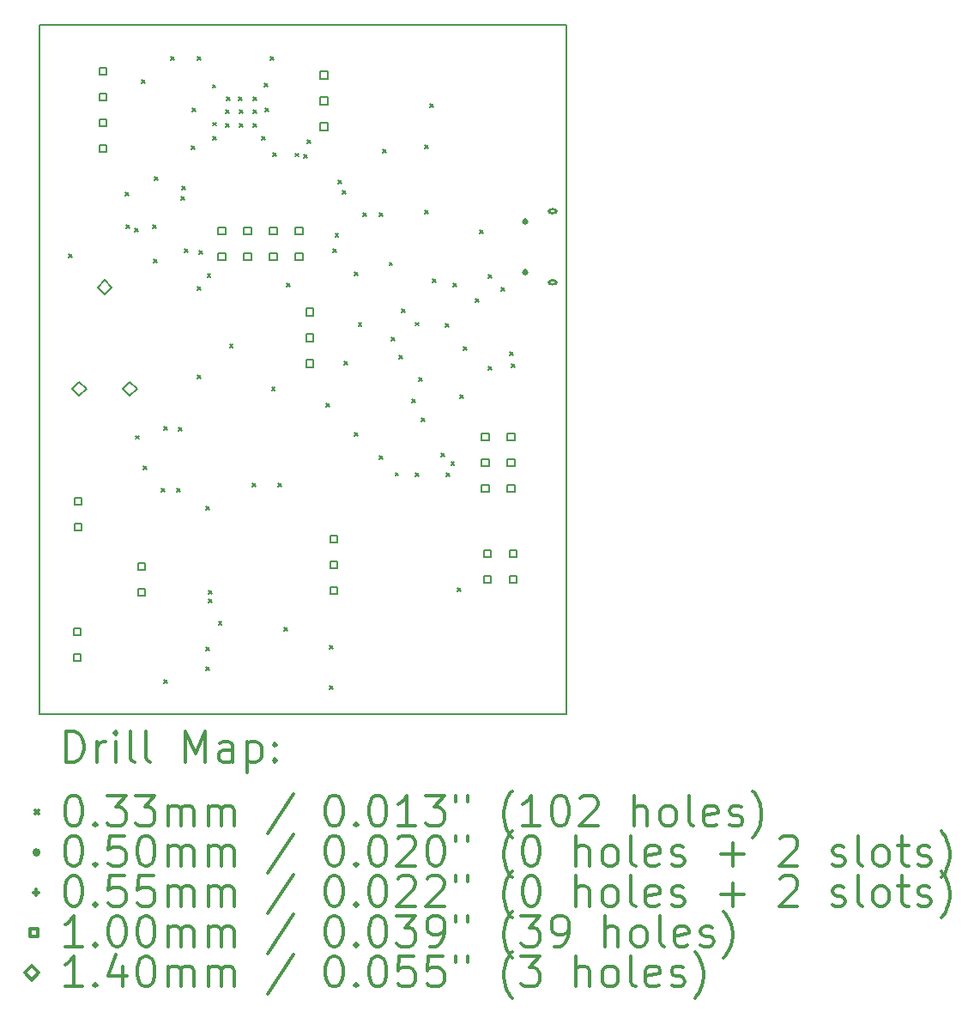
<source format=gbr>
%FSLAX45Y45*%
G04 Gerber Fmt 4.5, Leading zero omitted, Abs format (unit mm)*
G04 Created by KiCad (PCBNEW 4.0.7) date Sat Apr 21 08:58:00 2018*
%MOMM*%
%LPD*%
G01*
G04 APERTURE LIST*
%ADD10C,0.127000*%
%ADD11C,0.150000*%
%ADD12C,0.200000*%
%ADD13C,0.300000*%
G04 APERTURE END LIST*
D10*
D11*
X10000000Y-16800000D02*
X10000000Y-10000000D01*
X15200000Y-16800000D02*
X10000000Y-16800000D01*
X15200000Y-10000000D02*
X15200000Y-16800000D01*
X10000000Y-10000000D02*
X15200000Y-10000000D01*
D12*
X10283490Y-12263490D02*
X10316510Y-12296510D01*
X10316510Y-12263490D02*
X10283490Y-12296510D01*
X10848490Y-11653490D02*
X10881510Y-11686510D01*
X10881510Y-11653490D02*
X10848490Y-11686510D01*
X10853490Y-11973490D02*
X10886510Y-12006510D01*
X10886510Y-11973490D02*
X10853490Y-12006510D01*
X10937958Y-12009219D02*
X10970978Y-12042239D01*
X10970978Y-12009219D02*
X10937958Y-12042239D01*
X10943490Y-14053490D02*
X10976510Y-14086510D01*
X10976510Y-14053490D02*
X10943490Y-14086510D01*
X11003490Y-10543490D02*
X11036510Y-10576510D01*
X11036510Y-10543490D02*
X11003490Y-10576510D01*
X11022135Y-14351478D02*
X11055155Y-14384498D01*
X11055155Y-14351478D02*
X11022135Y-14384498D01*
X11113490Y-11973490D02*
X11146510Y-12006510D01*
X11146510Y-11973490D02*
X11113490Y-12006510D01*
X11123490Y-12313490D02*
X11156510Y-12346510D01*
X11156510Y-12313490D02*
X11123490Y-12346510D01*
X11129298Y-11499298D02*
X11162318Y-11532318D01*
X11162318Y-11499298D02*
X11129298Y-11532318D01*
X11203298Y-14576026D02*
X11236318Y-14609046D01*
X11236318Y-14576026D02*
X11203298Y-14609046D01*
X11223490Y-13963490D02*
X11256510Y-13996510D01*
X11256510Y-13963490D02*
X11223490Y-13996510D01*
X11223490Y-16463490D02*
X11256510Y-16496510D01*
X11256510Y-16463490D02*
X11223490Y-16496510D01*
X11293490Y-10313490D02*
X11326510Y-10346510D01*
X11326510Y-10313490D02*
X11293490Y-10346510D01*
X11353490Y-14573490D02*
X11386510Y-14606510D01*
X11386510Y-14573490D02*
X11353490Y-14606510D01*
X11373490Y-13973490D02*
X11406510Y-14006510D01*
X11406510Y-13973490D02*
X11373490Y-14006510D01*
X11393490Y-11693490D02*
X11426510Y-11726510D01*
X11426510Y-11693490D02*
X11393490Y-11726510D01*
X11403490Y-11593490D02*
X11436510Y-11626510D01*
X11436510Y-11593490D02*
X11403490Y-11626510D01*
X11428490Y-12213490D02*
X11461510Y-12246510D01*
X11461510Y-12213490D02*
X11428490Y-12246510D01*
X11500642Y-11199200D02*
X11533662Y-11232220D01*
X11533662Y-11199200D02*
X11500642Y-11232220D01*
X11503490Y-10823490D02*
X11536510Y-10856510D01*
X11536510Y-10823490D02*
X11503490Y-10856510D01*
X11553490Y-12587780D02*
X11586510Y-12620800D01*
X11586510Y-12587780D02*
X11553490Y-12620800D01*
X11553490Y-13453490D02*
X11586510Y-13486510D01*
X11586510Y-13453490D02*
X11553490Y-13486510D01*
X11558490Y-10313490D02*
X11591510Y-10346510D01*
X11591510Y-10313490D02*
X11558490Y-10346510D01*
X11573971Y-12228385D02*
X11606991Y-12261405D01*
X11606991Y-12228385D02*
X11573971Y-12261405D01*
X11638490Y-16143490D02*
X11671510Y-16176510D01*
X11671510Y-16143490D02*
X11638490Y-16176510D01*
X11638490Y-16333490D02*
X11671510Y-16366510D01*
X11671510Y-16333490D02*
X11638490Y-16366510D01*
X11643490Y-14753490D02*
X11676510Y-14786510D01*
X11676510Y-14753490D02*
X11643490Y-14786510D01*
X11653490Y-12458971D02*
X11686510Y-12491991D01*
X11686510Y-12458971D02*
X11653490Y-12491991D01*
X11663490Y-15583490D02*
X11696510Y-15616510D01*
X11696510Y-15583490D02*
X11663490Y-15616510D01*
X11663490Y-15663490D02*
X11696510Y-15696510D01*
X11696510Y-15663490D02*
X11663490Y-15696510D01*
X11704083Y-10590685D02*
X11737103Y-10623705D01*
X11737103Y-10590685D02*
X11704083Y-10623705D01*
X11705299Y-11099948D02*
X11738319Y-11132968D01*
X11738319Y-11099948D02*
X11705299Y-11132968D01*
X11707797Y-10963131D02*
X11740817Y-10996151D01*
X11740817Y-10963131D02*
X11707797Y-10996151D01*
X11763490Y-15883490D02*
X11796510Y-15916510D01*
X11796510Y-15883490D02*
X11763490Y-15916510D01*
X11833490Y-10843490D02*
X11866510Y-10876510D01*
X11866510Y-10843490D02*
X11833490Y-10876510D01*
X11833490Y-10973490D02*
X11866510Y-11006510D01*
X11866510Y-10973490D02*
X11833490Y-11006510D01*
X11843490Y-10713490D02*
X11876510Y-10746510D01*
X11876510Y-10713490D02*
X11843490Y-10746510D01*
X11873490Y-13153490D02*
X11906510Y-13186510D01*
X11906510Y-13153490D02*
X11873490Y-13186510D01*
X11963490Y-10713490D02*
X11996510Y-10746510D01*
X11996510Y-10713490D02*
X11963490Y-10746510D01*
X11968490Y-10843490D02*
X12001510Y-10876510D01*
X12001510Y-10843490D02*
X11968490Y-10876510D01*
X11973490Y-10973490D02*
X12006510Y-11006510D01*
X12006510Y-10973490D02*
X11973490Y-11006510D01*
X12100254Y-14526447D02*
X12133274Y-14559467D01*
X12133274Y-14526447D02*
X12100254Y-14559467D01*
X12103490Y-10713490D02*
X12136510Y-10746510D01*
X12136510Y-10713490D02*
X12103490Y-10746510D01*
X12103490Y-10843490D02*
X12136510Y-10876510D01*
X12136510Y-10843490D02*
X12103490Y-10876510D01*
X12103490Y-10973490D02*
X12136510Y-11006510D01*
X12136510Y-10973490D02*
X12103490Y-11006510D01*
X12192641Y-11103134D02*
X12225661Y-11136154D01*
X12225661Y-11103134D02*
X12192641Y-11136154D01*
X12215543Y-10579135D02*
X12248563Y-10612155D01*
X12248563Y-10579135D02*
X12215543Y-10612155D01*
X12228020Y-10823490D02*
X12261040Y-10856510D01*
X12261040Y-10823490D02*
X12228020Y-10856510D01*
X12273490Y-10313490D02*
X12306510Y-10346510D01*
X12306510Y-10313490D02*
X12273490Y-10346510D01*
X12288490Y-13578490D02*
X12321510Y-13611510D01*
X12321510Y-13578490D02*
X12288490Y-13611510D01*
X12303490Y-11263490D02*
X12336510Y-11296510D01*
X12336510Y-11263490D02*
X12303490Y-11296510D01*
X12350254Y-14526447D02*
X12383274Y-14559467D01*
X12383274Y-14526447D02*
X12350254Y-14559467D01*
X12413490Y-15943490D02*
X12446510Y-15976510D01*
X12446510Y-15943490D02*
X12413490Y-15976510D01*
X12433490Y-12553490D02*
X12466510Y-12586510D01*
X12466510Y-12553490D02*
X12433490Y-12586510D01*
X12523490Y-11268490D02*
X12556510Y-11301510D01*
X12556510Y-11268490D02*
X12523490Y-11301510D01*
X12608731Y-11278490D02*
X12641751Y-11311510D01*
X12641751Y-11278490D02*
X12608731Y-11311510D01*
X12638277Y-11133959D02*
X12671297Y-11166979D01*
X12671297Y-11133959D02*
X12638277Y-11166979D01*
X12828490Y-13738490D02*
X12861510Y-13771510D01*
X12861510Y-13738490D02*
X12828490Y-13771510D01*
X12863490Y-16123490D02*
X12896510Y-16156510D01*
X12896510Y-16123490D02*
X12863490Y-16156510D01*
X12863490Y-16523490D02*
X12896510Y-16556510D01*
X12896510Y-16523490D02*
X12863490Y-16556510D01*
X12893021Y-12212235D02*
X12926041Y-12245255D01*
X12926041Y-12212235D02*
X12893021Y-12245255D01*
X12915302Y-12063293D02*
X12948322Y-12096313D01*
X12948322Y-12063293D02*
X12915302Y-12096313D01*
X12948490Y-11533021D02*
X12981510Y-11566041D01*
X12981510Y-11533021D02*
X12948490Y-11566041D01*
X12983490Y-11633490D02*
X13016510Y-11666510D01*
X13016510Y-11633490D02*
X12983490Y-11666510D01*
X13000990Y-13323490D02*
X13034010Y-13356510D01*
X13034010Y-13323490D02*
X13000990Y-13356510D01*
X13103490Y-14023490D02*
X13136510Y-14056510D01*
X13136510Y-14023490D02*
X13103490Y-14056510D01*
X13108490Y-12443490D02*
X13141510Y-12476510D01*
X13141510Y-12443490D02*
X13108490Y-12476510D01*
X13143490Y-12943490D02*
X13176510Y-12976510D01*
X13176510Y-12943490D02*
X13143490Y-12976510D01*
X13193490Y-11853490D02*
X13226510Y-11886510D01*
X13226510Y-11853490D02*
X13193490Y-11886510D01*
X13348490Y-11853490D02*
X13381510Y-11886510D01*
X13381510Y-11853490D02*
X13348490Y-11886510D01*
X13348490Y-14253490D02*
X13381510Y-14286510D01*
X13381510Y-14253490D02*
X13348490Y-14286510D01*
X13388490Y-11228490D02*
X13421510Y-11261510D01*
X13421510Y-11228490D02*
X13388490Y-11261510D01*
X13448706Y-12343131D02*
X13481726Y-12376151D01*
X13481726Y-12343131D02*
X13448706Y-12376151D01*
X13468490Y-13083490D02*
X13501510Y-13116510D01*
X13501510Y-13083490D02*
X13468490Y-13116510D01*
X13507730Y-14417730D02*
X13540750Y-14450750D01*
X13540750Y-14417730D02*
X13507730Y-14450750D01*
X13543490Y-13258490D02*
X13576510Y-13291510D01*
X13576510Y-13258490D02*
X13543490Y-13291510D01*
X13571315Y-12801315D02*
X13604335Y-12834335D01*
X13604335Y-12801315D02*
X13571315Y-12834335D01*
X13676333Y-13691333D02*
X13709353Y-13724353D01*
X13709353Y-13691333D02*
X13676333Y-13724353D01*
X13703490Y-14418490D02*
X13736510Y-14451510D01*
X13736510Y-14418490D02*
X13703490Y-14451510D01*
X13705665Y-12935665D02*
X13738685Y-12968685D01*
X13738685Y-12935665D02*
X13705665Y-12968685D01*
X13737840Y-13482840D02*
X13770860Y-13515860D01*
X13770860Y-13482840D02*
X13737840Y-13515860D01*
X13768490Y-13883490D02*
X13801510Y-13916510D01*
X13801510Y-13883490D02*
X13768490Y-13916510D01*
X13798490Y-11188490D02*
X13831510Y-11221510D01*
X13831510Y-11188490D02*
X13798490Y-11221510D01*
X13803490Y-11833490D02*
X13836510Y-11866510D01*
X13836510Y-11833490D02*
X13803490Y-11866510D01*
X13853490Y-10778490D02*
X13886510Y-10811510D01*
X13886510Y-10778490D02*
X13853490Y-10811510D01*
X13877069Y-12507069D02*
X13910089Y-12540089D01*
X13910089Y-12507069D02*
X13877069Y-12540089D01*
X13963490Y-14228490D02*
X13996510Y-14261510D01*
X13996510Y-14228490D02*
X13963490Y-14261510D01*
X13999911Y-12949911D02*
X14032931Y-12982931D01*
X14032931Y-12949911D02*
X13999911Y-12982931D01*
X14008490Y-14418490D02*
X14041510Y-14451510D01*
X14041510Y-14418490D02*
X14008490Y-14451510D01*
X14058490Y-14308490D02*
X14091510Y-14341510D01*
X14091510Y-14308490D02*
X14058490Y-14341510D01*
X14078490Y-12553490D02*
X14111510Y-12586510D01*
X14111510Y-12553490D02*
X14078490Y-12586510D01*
X14123490Y-15553490D02*
X14156510Y-15586510D01*
X14156510Y-15553490D02*
X14123490Y-15586510D01*
X14147069Y-13654911D02*
X14180089Y-13687931D01*
X14180089Y-13654911D02*
X14147069Y-13687931D01*
X14178490Y-13178490D02*
X14211510Y-13211510D01*
X14211510Y-13178490D02*
X14178490Y-13211510D01*
X14301743Y-12700703D02*
X14334763Y-12733723D01*
X14334763Y-12700703D02*
X14301743Y-12733723D01*
X14338490Y-12023490D02*
X14371510Y-12056510D01*
X14371510Y-12023490D02*
X14338490Y-12056510D01*
X14423490Y-12468490D02*
X14456510Y-12501510D01*
X14456510Y-12468490D02*
X14423490Y-12501510D01*
X14429911Y-13372069D02*
X14462931Y-13405089D01*
X14462931Y-13372069D02*
X14429911Y-13405089D01*
X14553490Y-12593490D02*
X14586510Y-12626510D01*
X14586510Y-12593490D02*
X14553490Y-12626510D01*
X14638490Y-13228490D02*
X14671510Y-13261510D01*
X14671510Y-13228490D02*
X14638490Y-13261510D01*
X14653490Y-13343490D02*
X14686510Y-13376510D01*
X14686510Y-13343490D02*
X14653490Y-13376510D01*
X15085000Y-11840000D02*
G75*
G03X15085000Y-11840000I-25000J0D01*
G01*
X15027500Y-11855000D02*
X15092500Y-11855000D01*
X15027500Y-11825000D02*
X15092500Y-11825000D01*
X15092500Y-11855000D02*
G75*
G03X15092500Y-11825000I0J15000D01*
G01*
X15027500Y-11825000D02*
G75*
G03X15027500Y-11855000I0J-15000D01*
G01*
X15085000Y-12540000D02*
G75*
G03X15085000Y-12540000I-25000J0D01*
G01*
X15092500Y-12525000D02*
X15027500Y-12525000D01*
X15092500Y-12555000D02*
X15027500Y-12555000D01*
X15027500Y-12525000D02*
G75*
G03X15027500Y-12555000I0J-15000D01*
G01*
X15092500Y-12555000D02*
G75*
G03X15092500Y-12525000I0J15000D01*
G01*
X14790000Y-11912500D02*
X14790000Y-11967500D01*
X14762500Y-11940000D02*
X14817500Y-11940000D01*
X14772500Y-11925000D02*
X14772500Y-11955000D01*
X14807500Y-11925000D02*
X14807500Y-11955000D01*
X14772500Y-11955000D02*
G75*
G03X14807500Y-11955000I17500J0D01*
G01*
X14807500Y-11925000D02*
G75*
G03X14772500Y-11925000I-17500J0D01*
G01*
X14790000Y-12412500D02*
X14790000Y-12467500D01*
X14762500Y-12440000D02*
X14817500Y-12440000D01*
X14772500Y-12425000D02*
X14772500Y-12455000D01*
X14807500Y-12425000D02*
X14807500Y-12455000D01*
X14772500Y-12455000D02*
G75*
G03X14807500Y-12455000I17500J0D01*
G01*
X14807500Y-12425000D02*
G75*
G03X14772500Y-12425000I-17500J0D01*
G01*
X10405356Y-16021356D02*
X10405356Y-15950644D01*
X10334644Y-15950644D01*
X10334644Y-16021356D01*
X10405356Y-16021356D01*
X10405356Y-16275356D02*
X10405356Y-16204644D01*
X10334644Y-16204644D01*
X10334644Y-16275356D01*
X10405356Y-16275356D01*
X10415356Y-14735356D02*
X10415356Y-14664644D01*
X10344644Y-14664644D01*
X10344644Y-14735356D01*
X10415356Y-14735356D01*
X10415356Y-14989356D02*
X10415356Y-14918644D01*
X10344644Y-14918644D01*
X10344644Y-14989356D01*
X10415356Y-14989356D01*
X10660356Y-10493356D02*
X10660356Y-10422644D01*
X10589644Y-10422644D01*
X10589644Y-10493356D01*
X10660356Y-10493356D01*
X10660356Y-10747356D02*
X10660356Y-10676644D01*
X10589644Y-10676644D01*
X10589644Y-10747356D01*
X10660356Y-10747356D01*
X10660356Y-11001356D02*
X10660356Y-10930644D01*
X10589644Y-10930644D01*
X10589644Y-11001356D01*
X10660356Y-11001356D01*
X10660356Y-11255356D02*
X10660356Y-11184644D01*
X10589644Y-11184644D01*
X10589644Y-11255356D01*
X10660356Y-11255356D01*
X11040356Y-15381356D02*
X11040356Y-15310644D01*
X10969644Y-15310644D01*
X10969644Y-15381356D01*
X11040356Y-15381356D01*
X11040356Y-15381356D02*
X11040356Y-15310644D01*
X10969644Y-15310644D01*
X10969644Y-15381356D01*
X11040356Y-15381356D01*
X11040356Y-15635356D02*
X11040356Y-15564644D01*
X10969644Y-15564644D01*
X10969644Y-15635356D01*
X11040356Y-15635356D01*
X11040356Y-15635356D02*
X11040356Y-15564644D01*
X10969644Y-15564644D01*
X10969644Y-15635356D01*
X11040356Y-15635356D01*
X11833356Y-12071356D02*
X11833356Y-12000644D01*
X11762644Y-12000644D01*
X11762644Y-12071356D01*
X11833356Y-12071356D01*
X11833356Y-12325356D02*
X11833356Y-12254644D01*
X11762644Y-12254644D01*
X11762644Y-12325356D01*
X11833356Y-12325356D01*
X12087356Y-12071356D02*
X12087356Y-12000644D01*
X12016644Y-12000644D01*
X12016644Y-12071356D01*
X12087356Y-12071356D01*
X12087356Y-12325356D02*
X12087356Y-12254644D01*
X12016644Y-12254644D01*
X12016644Y-12325356D01*
X12087356Y-12325356D01*
X12341356Y-12071356D02*
X12341356Y-12000644D01*
X12270644Y-12000644D01*
X12270644Y-12071356D01*
X12341356Y-12071356D01*
X12341356Y-12325356D02*
X12341356Y-12254644D01*
X12270644Y-12254644D01*
X12270644Y-12325356D01*
X12341356Y-12325356D01*
X12595356Y-12071356D02*
X12595356Y-12000644D01*
X12524644Y-12000644D01*
X12524644Y-12071356D01*
X12595356Y-12071356D01*
X12595356Y-12325356D02*
X12595356Y-12254644D01*
X12524644Y-12254644D01*
X12524644Y-12325356D01*
X12595356Y-12325356D01*
X12699796Y-12868706D02*
X12699796Y-12797994D01*
X12629084Y-12797994D01*
X12629084Y-12868706D01*
X12699796Y-12868706D01*
X12699796Y-13122706D02*
X12699796Y-13051994D01*
X12629084Y-13051994D01*
X12629084Y-13122706D01*
X12699796Y-13122706D01*
X12699796Y-13376706D02*
X12699796Y-13305994D01*
X12629084Y-13305994D01*
X12629084Y-13376706D01*
X12699796Y-13376706D01*
X12840356Y-10531356D02*
X12840356Y-10460644D01*
X12769644Y-10460644D01*
X12769644Y-10531356D01*
X12840356Y-10531356D01*
X12840356Y-10785356D02*
X12840356Y-10714644D01*
X12769644Y-10714644D01*
X12769644Y-10785356D01*
X12840356Y-10785356D01*
X12840356Y-11039356D02*
X12840356Y-10968644D01*
X12769644Y-10968644D01*
X12769644Y-11039356D01*
X12840356Y-11039356D01*
X12934746Y-15106446D02*
X12934746Y-15035734D01*
X12864034Y-15035734D01*
X12864034Y-15106446D01*
X12934746Y-15106446D01*
X12934746Y-15360446D02*
X12934746Y-15289734D01*
X12864034Y-15289734D01*
X12864034Y-15360446D01*
X12934746Y-15360446D01*
X12934746Y-15614446D02*
X12934746Y-15543734D01*
X12864034Y-15543734D01*
X12864034Y-15614446D01*
X12934746Y-15614446D01*
X14431356Y-14100356D02*
X14431356Y-14029644D01*
X14360644Y-14029644D01*
X14360644Y-14100356D01*
X14431356Y-14100356D01*
X14431356Y-14354356D02*
X14431356Y-14283644D01*
X14360644Y-14283644D01*
X14360644Y-14354356D01*
X14431356Y-14354356D01*
X14431356Y-14608356D02*
X14431356Y-14537644D01*
X14360644Y-14537644D01*
X14360644Y-14608356D01*
X14431356Y-14608356D01*
X14450356Y-15251356D02*
X14450356Y-15180644D01*
X14379644Y-15180644D01*
X14379644Y-15251356D01*
X14450356Y-15251356D01*
X14450356Y-15505356D02*
X14450356Y-15434644D01*
X14379644Y-15434644D01*
X14379644Y-15505356D01*
X14450356Y-15505356D01*
X14685356Y-14100356D02*
X14685356Y-14029644D01*
X14614644Y-14029644D01*
X14614644Y-14100356D01*
X14685356Y-14100356D01*
X14685356Y-14354356D02*
X14685356Y-14283644D01*
X14614644Y-14283644D01*
X14614644Y-14354356D01*
X14685356Y-14354356D01*
X14685356Y-14608356D02*
X14685356Y-14537644D01*
X14614644Y-14537644D01*
X14614644Y-14608356D01*
X14685356Y-14608356D01*
X14704356Y-15251356D02*
X14704356Y-15180644D01*
X14633644Y-15180644D01*
X14633644Y-15251356D01*
X14704356Y-15251356D01*
X14704356Y-15505356D02*
X14704356Y-15434644D01*
X14633644Y-15434644D01*
X14633644Y-15505356D01*
X14704356Y-15505356D01*
X10390000Y-13660000D02*
X10460000Y-13590000D01*
X10390000Y-13520000D01*
X10320000Y-13590000D01*
X10390000Y-13660000D01*
X10640000Y-12660000D02*
X10710000Y-12590000D01*
X10640000Y-12520000D01*
X10570000Y-12590000D01*
X10640000Y-12660000D01*
X10890000Y-13660000D02*
X10960000Y-13590000D01*
X10890000Y-13520000D01*
X10820000Y-13590000D01*
X10890000Y-13660000D01*
D13*
X10263929Y-17273214D02*
X10263929Y-16973214D01*
X10335357Y-16973214D01*
X10378214Y-16987500D01*
X10406786Y-17016072D01*
X10421071Y-17044643D01*
X10435357Y-17101786D01*
X10435357Y-17144643D01*
X10421071Y-17201786D01*
X10406786Y-17230357D01*
X10378214Y-17258929D01*
X10335357Y-17273214D01*
X10263929Y-17273214D01*
X10563929Y-17273214D02*
X10563929Y-17073214D01*
X10563929Y-17130357D02*
X10578214Y-17101786D01*
X10592500Y-17087500D01*
X10621071Y-17073214D01*
X10649643Y-17073214D01*
X10749643Y-17273214D02*
X10749643Y-17073214D01*
X10749643Y-16973214D02*
X10735357Y-16987500D01*
X10749643Y-17001786D01*
X10763929Y-16987500D01*
X10749643Y-16973214D01*
X10749643Y-17001786D01*
X10935357Y-17273214D02*
X10906786Y-17258929D01*
X10892500Y-17230357D01*
X10892500Y-16973214D01*
X11092500Y-17273214D02*
X11063929Y-17258929D01*
X11049643Y-17230357D01*
X11049643Y-16973214D01*
X11435357Y-17273214D02*
X11435357Y-16973214D01*
X11535357Y-17187500D01*
X11635357Y-16973214D01*
X11635357Y-17273214D01*
X11906786Y-17273214D02*
X11906786Y-17116072D01*
X11892500Y-17087500D01*
X11863928Y-17073214D01*
X11806786Y-17073214D01*
X11778214Y-17087500D01*
X11906786Y-17258929D02*
X11878214Y-17273214D01*
X11806786Y-17273214D01*
X11778214Y-17258929D01*
X11763928Y-17230357D01*
X11763928Y-17201786D01*
X11778214Y-17173214D01*
X11806786Y-17158929D01*
X11878214Y-17158929D01*
X11906786Y-17144643D01*
X12049643Y-17073214D02*
X12049643Y-17373214D01*
X12049643Y-17087500D02*
X12078214Y-17073214D01*
X12135357Y-17073214D01*
X12163928Y-17087500D01*
X12178214Y-17101786D01*
X12192500Y-17130357D01*
X12192500Y-17216072D01*
X12178214Y-17244643D01*
X12163928Y-17258929D01*
X12135357Y-17273214D01*
X12078214Y-17273214D01*
X12049643Y-17258929D01*
X12321071Y-17244643D02*
X12335357Y-17258929D01*
X12321071Y-17273214D01*
X12306786Y-17258929D01*
X12321071Y-17244643D01*
X12321071Y-17273214D01*
X12321071Y-17087500D02*
X12335357Y-17101786D01*
X12321071Y-17116072D01*
X12306786Y-17101786D01*
X12321071Y-17087500D01*
X12321071Y-17116072D01*
X9959480Y-17750990D02*
X9992500Y-17784010D01*
X9992500Y-17750990D02*
X9959480Y-17784010D01*
X10321071Y-17603214D02*
X10349643Y-17603214D01*
X10378214Y-17617500D01*
X10392500Y-17631786D01*
X10406786Y-17660357D01*
X10421071Y-17717500D01*
X10421071Y-17788929D01*
X10406786Y-17846072D01*
X10392500Y-17874643D01*
X10378214Y-17888929D01*
X10349643Y-17903214D01*
X10321071Y-17903214D01*
X10292500Y-17888929D01*
X10278214Y-17874643D01*
X10263929Y-17846072D01*
X10249643Y-17788929D01*
X10249643Y-17717500D01*
X10263929Y-17660357D01*
X10278214Y-17631786D01*
X10292500Y-17617500D01*
X10321071Y-17603214D01*
X10549643Y-17874643D02*
X10563929Y-17888929D01*
X10549643Y-17903214D01*
X10535357Y-17888929D01*
X10549643Y-17874643D01*
X10549643Y-17903214D01*
X10663928Y-17603214D02*
X10849643Y-17603214D01*
X10749643Y-17717500D01*
X10792500Y-17717500D01*
X10821071Y-17731786D01*
X10835357Y-17746072D01*
X10849643Y-17774643D01*
X10849643Y-17846072D01*
X10835357Y-17874643D01*
X10821071Y-17888929D01*
X10792500Y-17903214D01*
X10706786Y-17903214D01*
X10678214Y-17888929D01*
X10663928Y-17874643D01*
X10949643Y-17603214D02*
X11135357Y-17603214D01*
X11035357Y-17717500D01*
X11078214Y-17717500D01*
X11106786Y-17731786D01*
X11121071Y-17746072D01*
X11135357Y-17774643D01*
X11135357Y-17846072D01*
X11121071Y-17874643D01*
X11106786Y-17888929D01*
X11078214Y-17903214D01*
X10992500Y-17903214D01*
X10963929Y-17888929D01*
X10949643Y-17874643D01*
X11263928Y-17903214D02*
X11263928Y-17703214D01*
X11263928Y-17731786D02*
X11278214Y-17717500D01*
X11306786Y-17703214D01*
X11349643Y-17703214D01*
X11378214Y-17717500D01*
X11392500Y-17746072D01*
X11392500Y-17903214D01*
X11392500Y-17746072D02*
X11406786Y-17717500D01*
X11435357Y-17703214D01*
X11478214Y-17703214D01*
X11506786Y-17717500D01*
X11521071Y-17746072D01*
X11521071Y-17903214D01*
X11663928Y-17903214D02*
X11663928Y-17703214D01*
X11663928Y-17731786D02*
X11678214Y-17717500D01*
X11706786Y-17703214D01*
X11749643Y-17703214D01*
X11778214Y-17717500D01*
X11792500Y-17746072D01*
X11792500Y-17903214D01*
X11792500Y-17746072D02*
X11806786Y-17717500D01*
X11835357Y-17703214D01*
X11878214Y-17703214D01*
X11906786Y-17717500D01*
X11921071Y-17746072D01*
X11921071Y-17903214D01*
X12506786Y-17588929D02*
X12249643Y-17974643D01*
X12892500Y-17603214D02*
X12921071Y-17603214D01*
X12949643Y-17617500D01*
X12963928Y-17631786D01*
X12978214Y-17660357D01*
X12992500Y-17717500D01*
X12992500Y-17788929D01*
X12978214Y-17846072D01*
X12963928Y-17874643D01*
X12949643Y-17888929D01*
X12921071Y-17903214D01*
X12892500Y-17903214D01*
X12863928Y-17888929D01*
X12849643Y-17874643D01*
X12835357Y-17846072D01*
X12821071Y-17788929D01*
X12821071Y-17717500D01*
X12835357Y-17660357D01*
X12849643Y-17631786D01*
X12863928Y-17617500D01*
X12892500Y-17603214D01*
X13121071Y-17874643D02*
X13135357Y-17888929D01*
X13121071Y-17903214D01*
X13106786Y-17888929D01*
X13121071Y-17874643D01*
X13121071Y-17903214D01*
X13321071Y-17603214D02*
X13349643Y-17603214D01*
X13378214Y-17617500D01*
X13392500Y-17631786D01*
X13406785Y-17660357D01*
X13421071Y-17717500D01*
X13421071Y-17788929D01*
X13406785Y-17846072D01*
X13392500Y-17874643D01*
X13378214Y-17888929D01*
X13349643Y-17903214D01*
X13321071Y-17903214D01*
X13292500Y-17888929D01*
X13278214Y-17874643D01*
X13263928Y-17846072D01*
X13249643Y-17788929D01*
X13249643Y-17717500D01*
X13263928Y-17660357D01*
X13278214Y-17631786D01*
X13292500Y-17617500D01*
X13321071Y-17603214D01*
X13706785Y-17903214D02*
X13535357Y-17903214D01*
X13621071Y-17903214D02*
X13621071Y-17603214D01*
X13592500Y-17646072D01*
X13563928Y-17674643D01*
X13535357Y-17688929D01*
X13806785Y-17603214D02*
X13992500Y-17603214D01*
X13892500Y-17717500D01*
X13935357Y-17717500D01*
X13963928Y-17731786D01*
X13978214Y-17746072D01*
X13992500Y-17774643D01*
X13992500Y-17846072D01*
X13978214Y-17874643D01*
X13963928Y-17888929D01*
X13935357Y-17903214D01*
X13849643Y-17903214D01*
X13821071Y-17888929D01*
X13806785Y-17874643D01*
X14106786Y-17603214D02*
X14106786Y-17660357D01*
X14221071Y-17603214D02*
X14221071Y-17660357D01*
X14663928Y-18017500D02*
X14649643Y-18003214D01*
X14621071Y-17960357D01*
X14606785Y-17931786D01*
X14592500Y-17888929D01*
X14578214Y-17817500D01*
X14578214Y-17760357D01*
X14592500Y-17688929D01*
X14606785Y-17646072D01*
X14621071Y-17617500D01*
X14649643Y-17574643D01*
X14663928Y-17560357D01*
X14935357Y-17903214D02*
X14763928Y-17903214D01*
X14849643Y-17903214D02*
X14849643Y-17603214D01*
X14821071Y-17646072D01*
X14792500Y-17674643D01*
X14763928Y-17688929D01*
X15121071Y-17603214D02*
X15149643Y-17603214D01*
X15178214Y-17617500D01*
X15192500Y-17631786D01*
X15206785Y-17660357D01*
X15221071Y-17717500D01*
X15221071Y-17788929D01*
X15206785Y-17846072D01*
X15192500Y-17874643D01*
X15178214Y-17888929D01*
X15149643Y-17903214D01*
X15121071Y-17903214D01*
X15092500Y-17888929D01*
X15078214Y-17874643D01*
X15063928Y-17846072D01*
X15049643Y-17788929D01*
X15049643Y-17717500D01*
X15063928Y-17660357D01*
X15078214Y-17631786D01*
X15092500Y-17617500D01*
X15121071Y-17603214D01*
X15335357Y-17631786D02*
X15349643Y-17617500D01*
X15378214Y-17603214D01*
X15449643Y-17603214D01*
X15478214Y-17617500D01*
X15492500Y-17631786D01*
X15506785Y-17660357D01*
X15506785Y-17688929D01*
X15492500Y-17731786D01*
X15321071Y-17903214D01*
X15506785Y-17903214D01*
X15863928Y-17903214D02*
X15863928Y-17603214D01*
X15992500Y-17903214D02*
X15992500Y-17746072D01*
X15978214Y-17717500D01*
X15949643Y-17703214D01*
X15906785Y-17703214D01*
X15878214Y-17717500D01*
X15863928Y-17731786D01*
X16178214Y-17903214D02*
X16149643Y-17888929D01*
X16135357Y-17874643D01*
X16121071Y-17846072D01*
X16121071Y-17760357D01*
X16135357Y-17731786D01*
X16149643Y-17717500D01*
X16178214Y-17703214D01*
X16221071Y-17703214D01*
X16249643Y-17717500D01*
X16263928Y-17731786D01*
X16278214Y-17760357D01*
X16278214Y-17846072D01*
X16263928Y-17874643D01*
X16249643Y-17888929D01*
X16221071Y-17903214D01*
X16178214Y-17903214D01*
X16449643Y-17903214D02*
X16421071Y-17888929D01*
X16406786Y-17860357D01*
X16406786Y-17603214D01*
X16678214Y-17888929D02*
X16649643Y-17903214D01*
X16592500Y-17903214D01*
X16563928Y-17888929D01*
X16549643Y-17860357D01*
X16549643Y-17746072D01*
X16563928Y-17717500D01*
X16592500Y-17703214D01*
X16649643Y-17703214D01*
X16678214Y-17717500D01*
X16692500Y-17746072D01*
X16692500Y-17774643D01*
X16549643Y-17803214D01*
X16806786Y-17888929D02*
X16835357Y-17903214D01*
X16892500Y-17903214D01*
X16921071Y-17888929D01*
X16935357Y-17860357D01*
X16935357Y-17846072D01*
X16921071Y-17817500D01*
X16892500Y-17803214D01*
X16849643Y-17803214D01*
X16821071Y-17788929D01*
X16806786Y-17760357D01*
X16806786Y-17746072D01*
X16821071Y-17717500D01*
X16849643Y-17703214D01*
X16892500Y-17703214D01*
X16921071Y-17717500D01*
X17035357Y-18017500D02*
X17049643Y-18003214D01*
X17078214Y-17960357D01*
X17092500Y-17931786D01*
X17106786Y-17888929D01*
X17121071Y-17817500D01*
X17121071Y-17760357D01*
X17106786Y-17688929D01*
X17092500Y-17646072D01*
X17078214Y-17617500D01*
X17049643Y-17574643D01*
X17035357Y-17560357D01*
X9992500Y-18163500D02*
G75*
G03X9992500Y-18163500I-25000J0D01*
G01*
X10321071Y-17999214D02*
X10349643Y-17999214D01*
X10378214Y-18013500D01*
X10392500Y-18027786D01*
X10406786Y-18056357D01*
X10421071Y-18113500D01*
X10421071Y-18184929D01*
X10406786Y-18242072D01*
X10392500Y-18270643D01*
X10378214Y-18284929D01*
X10349643Y-18299214D01*
X10321071Y-18299214D01*
X10292500Y-18284929D01*
X10278214Y-18270643D01*
X10263929Y-18242072D01*
X10249643Y-18184929D01*
X10249643Y-18113500D01*
X10263929Y-18056357D01*
X10278214Y-18027786D01*
X10292500Y-18013500D01*
X10321071Y-17999214D01*
X10549643Y-18270643D02*
X10563929Y-18284929D01*
X10549643Y-18299214D01*
X10535357Y-18284929D01*
X10549643Y-18270643D01*
X10549643Y-18299214D01*
X10835357Y-17999214D02*
X10692500Y-17999214D01*
X10678214Y-18142072D01*
X10692500Y-18127786D01*
X10721071Y-18113500D01*
X10792500Y-18113500D01*
X10821071Y-18127786D01*
X10835357Y-18142072D01*
X10849643Y-18170643D01*
X10849643Y-18242072D01*
X10835357Y-18270643D01*
X10821071Y-18284929D01*
X10792500Y-18299214D01*
X10721071Y-18299214D01*
X10692500Y-18284929D01*
X10678214Y-18270643D01*
X11035357Y-17999214D02*
X11063929Y-17999214D01*
X11092500Y-18013500D01*
X11106786Y-18027786D01*
X11121071Y-18056357D01*
X11135357Y-18113500D01*
X11135357Y-18184929D01*
X11121071Y-18242072D01*
X11106786Y-18270643D01*
X11092500Y-18284929D01*
X11063929Y-18299214D01*
X11035357Y-18299214D01*
X11006786Y-18284929D01*
X10992500Y-18270643D01*
X10978214Y-18242072D01*
X10963929Y-18184929D01*
X10963929Y-18113500D01*
X10978214Y-18056357D01*
X10992500Y-18027786D01*
X11006786Y-18013500D01*
X11035357Y-17999214D01*
X11263928Y-18299214D02*
X11263928Y-18099214D01*
X11263928Y-18127786D02*
X11278214Y-18113500D01*
X11306786Y-18099214D01*
X11349643Y-18099214D01*
X11378214Y-18113500D01*
X11392500Y-18142072D01*
X11392500Y-18299214D01*
X11392500Y-18142072D02*
X11406786Y-18113500D01*
X11435357Y-18099214D01*
X11478214Y-18099214D01*
X11506786Y-18113500D01*
X11521071Y-18142072D01*
X11521071Y-18299214D01*
X11663928Y-18299214D02*
X11663928Y-18099214D01*
X11663928Y-18127786D02*
X11678214Y-18113500D01*
X11706786Y-18099214D01*
X11749643Y-18099214D01*
X11778214Y-18113500D01*
X11792500Y-18142072D01*
X11792500Y-18299214D01*
X11792500Y-18142072D02*
X11806786Y-18113500D01*
X11835357Y-18099214D01*
X11878214Y-18099214D01*
X11906786Y-18113500D01*
X11921071Y-18142072D01*
X11921071Y-18299214D01*
X12506786Y-17984929D02*
X12249643Y-18370643D01*
X12892500Y-17999214D02*
X12921071Y-17999214D01*
X12949643Y-18013500D01*
X12963928Y-18027786D01*
X12978214Y-18056357D01*
X12992500Y-18113500D01*
X12992500Y-18184929D01*
X12978214Y-18242072D01*
X12963928Y-18270643D01*
X12949643Y-18284929D01*
X12921071Y-18299214D01*
X12892500Y-18299214D01*
X12863928Y-18284929D01*
X12849643Y-18270643D01*
X12835357Y-18242072D01*
X12821071Y-18184929D01*
X12821071Y-18113500D01*
X12835357Y-18056357D01*
X12849643Y-18027786D01*
X12863928Y-18013500D01*
X12892500Y-17999214D01*
X13121071Y-18270643D02*
X13135357Y-18284929D01*
X13121071Y-18299214D01*
X13106786Y-18284929D01*
X13121071Y-18270643D01*
X13121071Y-18299214D01*
X13321071Y-17999214D02*
X13349643Y-17999214D01*
X13378214Y-18013500D01*
X13392500Y-18027786D01*
X13406785Y-18056357D01*
X13421071Y-18113500D01*
X13421071Y-18184929D01*
X13406785Y-18242072D01*
X13392500Y-18270643D01*
X13378214Y-18284929D01*
X13349643Y-18299214D01*
X13321071Y-18299214D01*
X13292500Y-18284929D01*
X13278214Y-18270643D01*
X13263928Y-18242072D01*
X13249643Y-18184929D01*
X13249643Y-18113500D01*
X13263928Y-18056357D01*
X13278214Y-18027786D01*
X13292500Y-18013500D01*
X13321071Y-17999214D01*
X13535357Y-18027786D02*
X13549643Y-18013500D01*
X13578214Y-17999214D01*
X13649643Y-17999214D01*
X13678214Y-18013500D01*
X13692500Y-18027786D01*
X13706785Y-18056357D01*
X13706785Y-18084929D01*
X13692500Y-18127786D01*
X13521071Y-18299214D01*
X13706785Y-18299214D01*
X13892500Y-17999214D02*
X13921071Y-17999214D01*
X13949643Y-18013500D01*
X13963928Y-18027786D01*
X13978214Y-18056357D01*
X13992500Y-18113500D01*
X13992500Y-18184929D01*
X13978214Y-18242072D01*
X13963928Y-18270643D01*
X13949643Y-18284929D01*
X13921071Y-18299214D01*
X13892500Y-18299214D01*
X13863928Y-18284929D01*
X13849643Y-18270643D01*
X13835357Y-18242072D01*
X13821071Y-18184929D01*
X13821071Y-18113500D01*
X13835357Y-18056357D01*
X13849643Y-18027786D01*
X13863928Y-18013500D01*
X13892500Y-17999214D01*
X14106786Y-17999214D02*
X14106786Y-18056357D01*
X14221071Y-17999214D02*
X14221071Y-18056357D01*
X14663928Y-18413500D02*
X14649643Y-18399214D01*
X14621071Y-18356357D01*
X14606785Y-18327786D01*
X14592500Y-18284929D01*
X14578214Y-18213500D01*
X14578214Y-18156357D01*
X14592500Y-18084929D01*
X14606785Y-18042072D01*
X14621071Y-18013500D01*
X14649643Y-17970643D01*
X14663928Y-17956357D01*
X14835357Y-17999214D02*
X14863928Y-17999214D01*
X14892500Y-18013500D01*
X14906785Y-18027786D01*
X14921071Y-18056357D01*
X14935357Y-18113500D01*
X14935357Y-18184929D01*
X14921071Y-18242072D01*
X14906785Y-18270643D01*
X14892500Y-18284929D01*
X14863928Y-18299214D01*
X14835357Y-18299214D01*
X14806785Y-18284929D01*
X14792500Y-18270643D01*
X14778214Y-18242072D01*
X14763928Y-18184929D01*
X14763928Y-18113500D01*
X14778214Y-18056357D01*
X14792500Y-18027786D01*
X14806785Y-18013500D01*
X14835357Y-17999214D01*
X15292500Y-18299214D02*
X15292500Y-17999214D01*
X15421071Y-18299214D02*
X15421071Y-18142072D01*
X15406785Y-18113500D01*
X15378214Y-18099214D01*
X15335357Y-18099214D01*
X15306785Y-18113500D01*
X15292500Y-18127786D01*
X15606785Y-18299214D02*
X15578214Y-18284929D01*
X15563928Y-18270643D01*
X15549643Y-18242072D01*
X15549643Y-18156357D01*
X15563928Y-18127786D01*
X15578214Y-18113500D01*
X15606785Y-18099214D01*
X15649643Y-18099214D01*
X15678214Y-18113500D01*
X15692500Y-18127786D01*
X15706785Y-18156357D01*
X15706785Y-18242072D01*
X15692500Y-18270643D01*
X15678214Y-18284929D01*
X15649643Y-18299214D01*
X15606785Y-18299214D01*
X15878214Y-18299214D02*
X15849643Y-18284929D01*
X15835357Y-18256357D01*
X15835357Y-17999214D01*
X16106786Y-18284929D02*
X16078214Y-18299214D01*
X16021071Y-18299214D01*
X15992500Y-18284929D01*
X15978214Y-18256357D01*
X15978214Y-18142072D01*
X15992500Y-18113500D01*
X16021071Y-18099214D01*
X16078214Y-18099214D01*
X16106786Y-18113500D01*
X16121071Y-18142072D01*
X16121071Y-18170643D01*
X15978214Y-18199214D01*
X16235357Y-18284929D02*
X16263928Y-18299214D01*
X16321071Y-18299214D01*
X16349643Y-18284929D01*
X16363928Y-18256357D01*
X16363928Y-18242072D01*
X16349643Y-18213500D01*
X16321071Y-18199214D01*
X16278214Y-18199214D01*
X16249643Y-18184929D01*
X16235357Y-18156357D01*
X16235357Y-18142072D01*
X16249643Y-18113500D01*
X16278214Y-18099214D01*
X16321071Y-18099214D01*
X16349643Y-18113500D01*
X16721071Y-18184929D02*
X16949643Y-18184929D01*
X16835357Y-18299214D02*
X16835357Y-18070643D01*
X17306786Y-18027786D02*
X17321071Y-18013500D01*
X17349643Y-17999214D01*
X17421071Y-17999214D01*
X17449643Y-18013500D01*
X17463928Y-18027786D01*
X17478214Y-18056357D01*
X17478214Y-18084929D01*
X17463928Y-18127786D01*
X17292500Y-18299214D01*
X17478214Y-18299214D01*
X17821071Y-18284929D02*
X17849643Y-18299214D01*
X17906786Y-18299214D01*
X17935357Y-18284929D01*
X17949643Y-18256357D01*
X17949643Y-18242072D01*
X17935357Y-18213500D01*
X17906786Y-18199214D01*
X17863928Y-18199214D01*
X17835357Y-18184929D01*
X17821071Y-18156357D01*
X17821071Y-18142072D01*
X17835357Y-18113500D01*
X17863928Y-18099214D01*
X17906786Y-18099214D01*
X17935357Y-18113500D01*
X18121071Y-18299214D02*
X18092500Y-18284929D01*
X18078214Y-18256357D01*
X18078214Y-17999214D01*
X18278214Y-18299214D02*
X18249643Y-18284929D01*
X18235357Y-18270643D01*
X18221071Y-18242072D01*
X18221071Y-18156357D01*
X18235357Y-18127786D01*
X18249643Y-18113500D01*
X18278214Y-18099214D01*
X18321071Y-18099214D01*
X18349643Y-18113500D01*
X18363928Y-18127786D01*
X18378214Y-18156357D01*
X18378214Y-18242072D01*
X18363928Y-18270643D01*
X18349643Y-18284929D01*
X18321071Y-18299214D01*
X18278214Y-18299214D01*
X18463928Y-18099214D02*
X18578214Y-18099214D01*
X18506786Y-17999214D02*
X18506786Y-18256357D01*
X18521071Y-18284929D01*
X18549643Y-18299214D01*
X18578214Y-18299214D01*
X18663929Y-18284929D02*
X18692500Y-18299214D01*
X18749643Y-18299214D01*
X18778214Y-18284929D01*
X18792500Y-18256357D01*
X18792500Y-18242072D01*
X18778214Y-18213500D01*
X18749643Y-18199214D01*
X18706786Y-18199214D01*
X18678214Y-18184929D01*
X18663929Y-18156357D01*
X18663929Y-18142072D01*
X18678214Y-18113500D01*
X18706786Y-18099214D01*
X18749643Y-18099214D01*
X18778214Y-18113500D01*
X18892500Y-18413500D02*
X18906786Y-18399214D01*
X18935357Y-18356357D01*
X18949643Y-18327786D01*
X18963928Y-18284929D01*
X18978214Y-18213500D01*
X18978214Y-18156357D01*
X18963928Y-18084929D01*
X18949643Y-18042072D01*
X18935357Y-18013500D01*
X18906786Y-17970643D01*
X18892500Y-17956357D01*
X9965000Y-18532000D02*
X9965000Y-18587000D01*
X9937500Y-18559500D02*
X9992500Y-18559500D01*
X10321071Y-18395214D02*
X10349643Y-18395214D01*
X10378214Y-18409500D01*
X10392500Y-18423786D01*
X10406786Y-18452357D01*
X10421071Y-18509500D01*
X10421071Y-18580929D01*
X10406786Y-18638072D01*
X10392500Y-18666643D01*
X10378214Y-18680929D01*
X10349643Y-18695214D01*
X10321071Y-18695214D01*
X10292500Y-18680929D01*
X10278214Y-18666643D01*
X10263929Y-18638072D01*
X10249643Y-18580929D01*
X10249643Y-18509500D01*
X10263929Y-18452357D01*
X10278214Y-18423786D01*
X10292500Y-18409500D01*
X10321071Y-18395214D01*
X10549643Y-18666643D02*
X10563929Y-18680929D01*
X10549643Y-18695214D01*
X10535357Y-18680929D01*
X10549643Y-18666643D01*
X10549643Y-18695214D01*
X10835357Y-18395214D02*
X10692500Y-18395214D01*
X10678214Y-18538072D01*
X10692500Y-18523786D01*
X10721071Y-18509500D01*
X10792500Y-18509500D01*
X10821071Y-18523786D01*
X10835357Y-18538072D01*
X10849643Y-18566643D01*
X10849643Y-18638072D01*
X10835357Y-18666643D01*
X10821071Y-18680929D01*
X10792500Y-18695214D01*
X10721071Y-18695214D01*
X10692500Y-18680929D01*
X10678214Y-18666643D01*
X11121071Y-18395214D02*
X10978214Y-18395214D01*
X10963929Y-18538072D01*
X10978214Y-18523786D01*
X11006786Y-18509500D01*
X11078214Y-18509500D01*
X11106786Y-18523786D01*
X11121071Y-18538072D01*
X11135357Y-18566643D01*
X11135357Y-18638072D01*
X11121071Y-18666643D01*
X11106786Y-18680929D01*
X11078214Y-18695214D01*
X11006786Y-18695214D01*
X10978214Y-18680929D01*
X10963929Y-18666643D01*
X11263928Y-18695214D02*
X11263928Y-18495214D01*
X11263928Y-18523786D02*
X11278214Y-18509500D01*
X11306786Y-18495214D01*
X11349643Y-18495214D01*
X11378214Y-18509500D01*
X11392500Y-18538072D01*
X11392500Y-18695214D01*
X11392500Y-18538072D02*
X11406786Y-18509500D01*
X11435357Y-18495214D01*
X11478214Y-18495214D01*
X11506786Y-18509500D01*
X11521071Y-18538072D01*
X11521071Y-18695214D01*
X11663928Y-18695214D02*
X11663928Y-18495214D01*
X11663928Y-18523786D02*
X11678214Y-18509500D01*
X11706786Y-18495214D01*
X11749643Y-18495214D01*
X11778214Y-18509500D01*
X11792500Y-18538072D01*
X11792500Y-18695214D01*
X11792500Y-18538072D02*
X11806786Y-18509500D01*
X11835357Y-18495214D01*
X11878214Y-18495214D01*
X11906786Y-18509500D01*
X11921071Y-18538072D01*
X11921071Y-18695214D01*
X12506786Y-18380929D02*
X12249643Y-18766643D01*
X12892500Y-18395214D02*
X12921071Y-18395214D01*
X12949643Y-18409500D01*
X12963928Y-18423786D01*
X12978214Y-18452357D01*
X12992500Y-18509500D01*
X12992500Y-18580929D01*
X12978214Y-18638072D01*
X12963928Y-18666643D01*
X12949643Y-18680929D01*
X12921071Y-18695214D01*
X12892500Y-18695214D01*
X12863928Y-18680929D01*
X12849643Y-18666643D01*
X12835357Y-18638072D01*
X12821071Y-18580929D01*
X12821071Y-18509500D01*
X12835357Y-18452357D01*
X12849643Y-18423786D01*
X12863928Y-18409500D01*
X12892500Y-18395214D01*
X13121071Y-18666643D02*
X13135357Y-18680929D01*
X13121071Y-18695214D01*
X13106786Y-18680929D01*
X13121071Y-18666643D01*
X13121071Y-18695214D01*
X13321071Y-18395214D02*
X13349643Y-18395214D01*
X13378214Y-18409500D01*
X13392500Y-18423786D01*
X13406785Y-18452357D01*
X13421071Y-18509500D01*
X13421071Y-18580929D01*
X13406785Y-18638072D01*
X13392500Y-18666643D01*
X13378214Y-18680929D01*
X13349643Y-18695214D01*
X13321071Y-18695214D01*
X13292500Y-18680929D01*
X13278214Y-18666643D01*
X13263928Y-18638072D01*
X13249643Y-18580929D01*
X13249643Y-18509500D01*
X13263928Y-18452357D01*
X13278214Y-18423786D01*
X13292500Y-18409500D01*
X13321071Y-18395214D01*
X13535357Y-18423786D02*
X13549643Y-18409500D01*
X13578214Y-18395214D01*
X13649643Y-18395214D01*
X13678214Y-18409500D01*
X13692500Y-18423786D01*
X13706785Y-18452357D01*
X13706785Y-18480929D01*
X13692500Y-18523786D01*
X13521071Y-18695214D01*
X13706785Y-18695214D01*
X13821071Y-18423786D02*
X13835357Y-18409500D01*
X13863928Y-18395214D01*
X13935357Y-18395214D01*
X13963928Y-18409500D01*
X13978214Y-18423786D01*
X13992500Y-18452357D01*
X13992500Y-18480929D01*
X13978214Y-18523786D01*
X13806785Y-18695214D01*
X13992500Y-18695214D01*
X14106786Y-18395214D02*
X14106786Y-18452357D01*
X14221071Y-18395214D02*
X14221071Y-18452357D01*
X14663928Y-18809500D02*
X14649643Y-18795214D01*
X14621071Y-18752357D01*
X14606785Y-18723786D01*
X14592500Y-18680929D01*
X14578214Y-18609500D01*
X14578214Y-18552357D01*
X14592500Y-18480929D01*
X14606785Y-18438072D01*
X14621071Y-18409500D01*
X14649643Y-18366643D01*
X14663928Y-18352357D01*
X14835357Y-18395214D02*
X14863928Y-18395214D01*
X14892500Y-18409500D01*
X14906785Y-18423786D01*
X14921071Y-18452357D01*
X14935357Y-18509500D01*
X14935357Y-18580929D01*
X14921071Y-18638072D01*
X14906785Y-18666643D01*
X14892500Y-18680929D01*
X14863928Y-18695214D01*
X14835357Y-18695214D01*
X14806785Y-18680929D01*
X14792500Y-18666643D01*
X14778214Y-18638072D01*
X14763928Y-18580929D01*
X14763928Y-18509500D01*
X14778214Y-18452357D01*
X14792500Y-18423786D01*
X14806785Y-18409500D01*
X14835357Y-18395214D01*
X15292500Y-18695214D02*
X15292500Y-18395214D01*
X15421071Y-18695214D02*
X15421071Y-18538072D01*
X15406785Y-18509500D01*
X15378214Y-18495214D01*
X15335357Y-18495214D01*
X15306785Y-18509500D01*
X15292500Y-18523786D01*
X15606785Y-18695214D02*
X15578214Y-18680929D01*
X15563928Y-18666643D01*
X15549643Y-18638072D01*
X15549643Y-18552357D01*
X15563928Y-18523786D01*
X15578214Y-18509500D01*
X15606785Y-18495214D01*
X15649643Y-18495214D01*
X15678214Y-18509500D01*
X15692500Y-18523786D01*
X15706785Y-18552357D01*
X15706785Y-18638072D01*
X15692500Y-18666643D01*
X15678214Y-18680929D01*
X15649643Y-18695214D01*
X15606785Y-18695214D01*
X15878214Y-18695214D02*
X15849643Y-18680929D01*
X15835357Y-18652357D01*
X15835357Y-18395214D01*
X16106786Y-18680929D02*
X16078214Y-18695214D01*
X16021071Y-18695214D01*
X15992500Y-18680929D01*
X15978214Y-18652357D01*
X15978214Y-18538072D01*
X15992500Y-18509500D01*
X16021071Y-18495214D01*
X16078214Y-18495214D01*
X16106786Y-18509500D01*
X16121071Y-18538072D01*
X16121071Y-18566643D01*
X15978214Y-18595214D01*
X16235357Y-18680929D02*
X16263928Y-18695214D01*
X16321071Y-18695214D01*
X16349643Y-18680929D01*
X16363928Y-18652357D01*
X16363928Y-18638072D01*
X16349643Y-18609500D01*
X16321071Y-18595214D01*
X16278214Y-18595214D01*
X16249643Y-18580929D01*
X16235357Y-18552357D01*
X16235357Y-18538072D01*
X16249643Y-18509500D01*
X16278214Y-18495214D01*
X16321071Y-18495214D01*
X16349643Y-18509500D01*
X16721071Y-18580929D02*
X16949643Y-18580929D01*
X16835357Y-18695214D02*
X16835357Y-18466643D01*
X17306786Y-18423786D02*
X17321071Y-18409500D01*
X17349643Y-18395214D01*
X17421071Y-18395214D01*
X17449643Y-18409500D01*
X17463928Y-18423786D01*
X17478214Y-18452357D01*
X17478214Y-18480929D01*
X17463928Y-18523786D01*
X17292500Y-18695214D01*
X17478214Y-18695214D01*
X17821071Y-18680929D02*
X17849643Y-18695214D01*
X17906786Y-18695214D01*
X17935357Y-18680929D01*
X17949643Y-18652357D01*
X17949643Y-18638072D01*
X17935357Y-18609500D01*
X17906786Y-18595214D01*
X17863928Y-18595214D01*
X17835357Y-18580929D01*
X17821071Y-18552357D01*
X17821071Y-18538072D01*
X17835357Y-18509500D01*
X17863928Y-18495214D01*
X17906786Y-18495214D01*
X17935357Y-18509500D01*
X18121071Y-18695214D02*
X18092500Y-18680929D01*
X18078214Y-18652357D01*
X18078214Y-18395214D01*
X18278214Y-18695214D02*
X18249643Y-18680929D01*
X18235357Y-18666643D01*
X18221071Y-18638072D01*
X18221071Y-18552357D01*
X18235357Y-18523786D01*
X18249643Y-18509500D01*
X18278214Y-18495214D01*
X18321071Y-18495214D01*
X18349643Y-18509500D01*
X18363928Y-18523786D01*
X18378214Y-18552357D01*
X18378214Y-18638072D01*
X18363928Y-18666643D01*
X18349643Y-18680929D01*
X18321071Y-18695214D01*
X18278214Y-18695214D01*
X18463928Y-18495214D02*
X18578214Y-18495214D01*
X18506786Y-18395214D02*
X18506786Y-18652357D01*
X18521071Y-18680929D01*
X18549643Y-18695214D01*
X18578214Y-18695214D01*
X18663929Y-18680929D02*
X18692500Y-18695214D01*
X18749643Y-18695214D01*
X18778214Y-18680929D01*
X18792500Y-18652357D01*
X18792500Y-18638072D01*
X18778214Y-18609500D01*
X18749643Y-18595214D01*
X18706786Y-18595214D01*
X18678214Y-18580929D01*
X18663929Y-18552357D01*
X18663929Y-18538072D01*
X18678214Y-18509500D01*
X18706786Y-18495214D01*
X18749643Y-18495214D01*
X18778214Y-18509500D01*
X18892500Y-18809500D02*
X18906786Y-18795214D01*
X18935357Y-18752357D01*
X18949643Y-18723786D01*
X18963928Y-18680929D01*
X18978214Y-18609500D01*
X18978214Y-18552357D01*
X18963928Y-18480929D01*
X18949643Y-18438072D01*
X18935357Y-18409500D01*
X18906786Y-18366643D01*
X18892500Y-18352357D01*
X9977856Y-18990856D02*
X9977856Y-18920144D01*
X9907144Y-18920144D01*
X9907144Y-18990856D01*
X9977856Y-18990856D01*
X10421071Y-19091214D02*
X10249643Y-19091214D01*
X10335357Y-19091214D02*
X10335357Y-18791214D01*
X10306786Y-18834072D01*
X10278214Y-18862643D01*
X10249643Y-18876929D01*
X10549643Y-19062643D02*
X10563929Y-19076929D01*
X10549643Y-19091214D01*
X10535357Y-19076929D01*
X10549643Y-19062643D01*
X10549643Y-19091214D01*
X10749643Y-18791214D02*
X10778214Y-18791214D01*
X10806786Y-18805500D01*
X10821071Y-18819786D01*
X10835357Y-18848357D01*
X10849643Y-18905500D01*
X10849643Y-18976929D01*
X10835357Y-19034072D01*
X10821071Y-19062643D01*
X10806786Y-19076929D01*
X10778214Y-19091214D01*
X10749643Y-19091214D01*
X10721071Y-19076929D01*
X10706786Y-19062643D01*
X10692500Y-19034072D01*
X10678214Y-18976929D01*
X10678214Y-18905500D01*
X10692500Y-18848357D01*
X10706786Y-18819786D01*
X10721071Y-18805500D01*
X10749643Y-18791214D01*
X11035357Y-18791214D02*
X11063929Y-18791214D01*
X11092500Y-18805500D01*
X11106786Y-18819786D01*
X11121071Y-18848357D01*
X11135357Y-18905500D01*
X11135357Y-18976929D01*
X11121071Y-19034072D01*
X11106786Y-19062643D01*
X11092500Y-19076929D01*
X11063929Y-19091214D01*
X11035357Y-19091214D01*
X11006786Y-19076929D01*
X10992500Y-19062643D01*
X10978214Y-19034072D01*
X10963929Y-18976929D01*
X10963929Y-18905500D01*
X10978214Y-18848357D01*
X10992500Y-18819786D01*
X11006786Y-18805500D01*
X11035357Y-18791214D01*
X11263928Y-19091214D02*
X11263928Y-18891214D01*
X11263928Y-18919786D02*
X11278214Y-18905500D01*
X11306786Y-18891214D01*
X11349643Y-18891214D01*
X11378214Y-18905500D01*
X11392500Y-18934072D01*
X11392500Y-19091214D01*
X11392500Y-18934072D02*
X11406786Y-18905500D01*
X11435357Y-18891214D01*
X11478214Y-18891214D01*
X11506786Y-18905500D01*
X11521071Y-18934072D01*
X11521071Y-19091214D01*
X11663928Y-19091214D02*
X11663928Y-18891214D01*
X11663928Y-18919786D02*
X11678214Y-18905500D01*
X11706786Y-18891214D01*
X11749643Y-18891214D01*
X11778214Y-18905500D01*
X11792500Y-18934072D01*
X11792500Y-19091214D01*
X11792500Y-18934072D02*
X11806786Y-18905500D01*
X11835357Y-18891214D01*
X11878214Y-18891214D01*
X11906786Y-18905500D01*
X11921071Y-18934072D01*
X11921071Y-19091214D01*
X12506786Y-18776929D02*
X12249643Y-19162643D01*
X12892500Y-18791214D02*
X12921071Y-18791214D01*
X12949643Y-18805500D01*
X12963928Y-18819786D01*
X12978214Y-18848357D01*
X12992500Y-18905500D01*
X12992500Y-18976929D01*
X12978214Y-19034072D01*
X12963928Y-19062643D01*
X12949643Y-19076929D01*
X12921071Y-19091214D01*
X12892500Y-19091214D01*
X12863928Y-19076929D01*
X12849643Y-19062643D01*
X12835357Y-19034072D01*
X12821071Y-18976929D01*
X12821071Y-18905500D01*
X12835357Y-18848357D01*
X12849643Y-18819786D01*
X12863928Y-18805500D01*
X12892500Y-18791214D01*
X13121071Y-19062643D02*
X13135357Y-19076929D01*
X13121071Y-19091214D01*
X13106786Y-19076929D01*
X13121071Y-19062643D01*
X13121071Y-19091214D01*
X13321071Y-18791214D02*
X13349643Y-18791214D01*
X13378214Y-18805500D01*
X13392500Y-18819786D01*
X13406785Y-18848357D01*
X13421071Y-18905500D01*
X13421071Y-18976929D01*
X13406785Y-19034072D01*
X13392500Y-19062643D01*
X13378214Y-19076929D01*
X13349643Y-19091214D01*
X13321071Y-19091214D01*
X13292500Y-19076929D01*
X13278214Y-19062643D01*
X13263928Y-19034072D01*
X13249643Y-18976929D01*
X13249643Y-18905500D01*
X13263928Y-18848357D01*
X13278214Y-18819786D01*
X13292500Y-18805500D01*
X13321071Y-18791214D01*
X13521071Y-18791214D02*
X13706785Y-18791214D01*
X13606785Y-18905500D01*
X13649643Y-18905500D01*
X13678214Y-18919786D01*
X13692500Y-18934072D01*
X13706785Y-18962643D01*
X13706785Y-19034072D01*
X13692500Y-19062643D01*
X13678214Y-19076929D01*
X13649643Y-19091214D01*
X13563928Y-19091214D01*
X13535357Y-19076929D01*
X13521071Y-19062643D01*
X13849643Y-19091214D02*
X13906785Y-19091214D01*
X13935357Y-19076929D01*
X13949643Y-19062643D01*
X13978214Y-19019786D01*
X13992500Y-18962643D01*
X13992500Y-18848357D01*
X13978214Y-18819786D01*
X13963928Y-18805500D01*
X13935357Y-18791214D01*
X13878214Y-18791214D01*
X13849643Y-18805500D01*
X13835357Y-18819786D01*
X13821071Y-18848357D01*
X13821071Y-18919786D01*
X13835357Y-18948357D01*
X13849643Y-18962643D01*
X13878214Y-18976929D01*
X13935357Y-18976929D01*
X13963928Y-18962643D01*
X13978214Y-18948357D01*
X13992500Y-18919786D01*
X14106786Y-18791214D02*
X14106786Y-18848357D01*
X14221071Y-18791214D02*
X14221071Y-18848357D01*
X14663928Y-19205500D02*
X14649643Y-19191214D01*
X14621071Y-19148357D01*
X14606785Y-19119786D01*
X14592500Y-19076929D01*
X14578214Y-19005500D01*
X14578214Y-18948357D01*
X14592500Y-18876929D01*
X14606785Y-18834072D01*
X14621071Y-18805500D01*
X14649643Y-18762643D01*
X14663928Y-18748357D01*
X14749643Y-18791214D02*
X14935357Y-18791214D01*
X14835357Y-18905500D01*
X14878214Y-18905500D01*
X14906785Y-18919786D01*
X14921071Y-18934072D01*
X14935357Y-18962643D01*
X14935357Y-19034072D01*
X14921071Y-19062643D01*
X14906785Y-19076929D01*
X14878214Y-19091214D01*
X14792500Y-19091214D01*
X14763928Y-19076929D01*
X14749643Y-19062643D01*
X15078214Y-19091214D02*
X15135357Y-19091214D01*
X15163928Y-19076929D01*
X15178214Y-19062643D01*
X15206785Y-19019786D01*
X15221071Y-18962643D01*
X15221071Y-18848357D01*
X15206785Y-18819786D01*
X15192500Y-18805500D01*
X15163928Y-18791214D01*
X15106785Y-18791214D01*
X15078214Y-18805500D01*
X15063928Y-18819786D01*
X15049643Y-18848357D01*
X15049643Y-18919786D01*
X15063928Y-18948357D01*
X15078214Y-18962643D01*
X15106785Y-18976929D01*
X15163928Y-18976929D01*
X15192500Y-18962643D01*
X15206785Y-18948357D01*
X15221071Y-18919786D01*
X15578214Y-19091214D02*
X15578214Y-18791214D01*
X15706785Y-19091214D02*
X15706785Y-18934072D01*
X15692500Y-18905500D01*
X15663928Y-18891214D01*
X15621071Y-18891214D01*
X15592500Y-18905500D01*
X15578214Y-18919786D01*
X15892500Y-19091214D02*
X15863928Y-19076929D01*
X15849643Y-19062643D01*
X15835357Y-19034072D01*
X15835357Y-18948357D01*
X15849643Y-18919786D01*
X15863928Y-18905500D01*
X15892500Y-18891214D01*
X15935357Y-18891214D01*
X15963928Y-18905500D01*
X15978214Y-18919786D01*
X15992500Y-18948357D01*
X15992500Y-19034072D01*
X15978214Y-19062643D01*
X15963928Y-19076929D01*
X15935357Y-19091214D01*
X15892500Y-19091214D01*
X16163928Y-19091214D02*
X16135357Y-19076929D01*
X16121071Y-19048357D01*
X16121071Y-18791214D01*
X16392500Y-19076929D02*
X16363928Y-19091214D01*
X16306786Y-19091214D01*
X16278214Y-19076929D01*
X16263928Y-19048357D01*
X16263928Y-18934072D01*
X16278214Y-18905500D01*
X16306786Y-18891214D01*
X16363928Y-18891214D01*
X16392500Y-18905500D01*
X16406786Y-18934072D01*
X16406786Y-18962643D01*
X16263928Y-18991214D01*
X16521071Y-19076929D02*
X16549643Y-19091214D01*
X16606786Y-19091214D01*
X16635357Y-19076929D01*
X16649643Y-19048357D01*
X16649643Y-19034072D01*
X16635357Y-19005500D01*
X16606786Y-18991214D01*
X16563928Y-18991214D01*
X16535357Y-18976929D01*
X16521071Y-18948357D01*
X16521071Y-18934072D01*
X16535357Y-18905500D01*
X16563928Y-18891214D01*
X16606786Y-18891214D01*
X16635357Y-18905500D01*
X16749643Y-19205500D02*
X16763928Y-19191214D01*
X16792500Y-19148357D01*
X16806786Y-19119786D01*
X16821071Y-19076929D01*
X16835357Y-19005500D01*
X16835357Y-18948357D01*
X16821071Y-18876929D01*
X16806786Y-18834072D01*
X16792500Y-18805500D01*
X16763928Y-18762643D01*
X16749643Y-18748357D01*
X9922500Y-19421500D02*
X9992500Y-19351500D01*
X9922500Y-19281500D01*
X9852500Y-19351500D01*
X9922500Y-19421500D01*
X10421071Y-19487214D02*
X10249643Y-19487214D01*
X10335357Y-19487214D02*
X10335357Y-19187214D01*
X10306786Y-19230072D01*
X10278214Y-19258643D01*
X10249643Y-19272929D01*
X10549643Y-19458643D02*
X10563929Y-19472929D01*
X10549643Y-19487214D01*
X10535357Y-19472929D01*
X10549643Y-19458643D01*
X10549643Y-19487214D01*
X10821071Y-19287214D02*
X10821071Y-19487214D01*
X10749643Y-19172929D02*
X10678214Y-19387214D01*
X10863928Y-19387214D01*
X11035357Y-19187214D02*
X11063929Y-19187214D01*
X11092500Y-19201500D01*
X11106786Y-19215786D01*
X11121071Y-19244357D01*
X11135357Y-19301500D01*
X11135357Y-19372929D01*
X11121071Y-19430072D01*
X11106786Y-19458643D01*
X11092500Y-19472929D01*
X11063929Y-19487214D01*
X11035357Y-19487214D01*
X11006786Y-19472929D01*
X10992500Y-19458643D01*
X10978214Y-19430072D01*
X10963929Y-19372929D01*
X10963929Y-19301500D01*
X10978214Y-19244357D01*
X10992500Y-19215786D01*
X11006786Y-19201500D01*
X11035357Y-19187214D01*
X11263928Y-19487214D02*
X11263928Y-19287214D01*
X11263928Y-19315786D02*
X11278214Y-19301500D01*
X11306786Y-19287214D01*
X11349643Y-19287214D01*
X11378214Y-19301500D01*
X11392500Y-19330072D01*
X11392500Y-19487214D01*
X11392500Y-19330072D02*
X11406786Y-19301500D01*
X11435357Y-19287214D01*
X11478214Y-19287214D01*
X11506786Y-19301500D01*
X11521071Y-19330072D01*
X11521071Y-19487214D01*
X11663928Y-19487214D02*
X11663928Y-19287214D01*
X11663928Y-19315786D02*
X11678214Y-19301500D01*
X11706786Y-19287214D01*
X11749643Y-19287214D01*
X11778214Y-19301500D01*
X11792500Y-19330072D01*
X11792500Y-19487214D01*
X11792500Y-19330072D02*
X11806786Y-19301500D01*
X11835357Y-19287214D01*
X11878214Y-19287214D01*
X11906786Y-19301500D01*
X11921071Y-19330072D01*
X11921071Y-19487214D01*
X12506786Y-19172929D02*
X12249643Y-19558643D01*
X12892500Y-19187214D02*
X12921071Y-19187214D01*
X12949643Y-19201500D01*
X12963928Y-19215786D01*
X12978214Y-19244357D01*
X12992500Y-19301500D01*
X12992500Y-19372929D01*
X12978214Y-19430072D01*
X12963928Y-19458643D01*
X12949643Y-19472929D01*
X12921071Y-19487214D01*
X12892500Y-19487214D01*
X12863928Y-19472929D01*
X12849643Y-19458643D01*
X12835357Y-19430072D01*
X12821071Y-19372929D01*
X12821071Y-19301500D01*
X12835357Y-19244357D01*
X12849643Y-19215786D01*
X12863928Y-19201500D01*
X12892500Y-19187214D01*
X13121071Y-19458643D02*
X13135357Y-19472929D01*
X13121071Y-19487214D01*
X13106786Y-19472929D01*
X13121071Y-19458643D01*
X13121071Y-19487214D01*
X13321071Y-19187214D02*
X13349643Y-19187214D01*
X13378214Y-19201500D01*
X13392500Y-19215786D01*
X13406785Y-19244357D01*
X13421071Y-19301500D01*
X13421071Y-19372929D01*
X13406785Y-19430072D01*
X13392500Y-19458643D01*
X13378214Y-19472929D01*
X13349643Y-19487214D01*
X13321071Y-19487214D01*
X13292500Y-19472929D01*
X13278214Y-19458643D01*
X13263928Y-19430072D01*
X13249643Y-19372929D01*
X13249643Y-19301500D01*
X13263928Y-19244357D01*
X13278214Y-19215786D01*
X13292500Y-19201500D01*
X13321071Y-19187214D01*
X13692500Y-19187214D02*
X13549643Y-19187214D01*
X13535357Y-19330072D01*
X13549643Y-19315786D01*
X13578214Y-19301500D01*
X13649643Y-19301500D01*
X13678214Y-19315786D01*
X13692500Y-19330072D01*
X13706785Y-19358643D01*
X13706785Y-19430072D01*
X13692500Y-19458643D01*
X13678214Y-19472929D01*
X13649643Y-19487214D01*
X13578214Y-19487214D01*
X13549643Y-19472929D01*
X13535357Y-19458643D01*
X13978214Y-19187214D02*
X13835357Y-19187214D01*
X13821071Y-19330072D01*
X13835357Y-19315786D01*
X13863928Y-19301500D01*
X13935357Y-19301500D01*
X13963928Y-19315786D01*
X13978214Y-19330072D01*
X13992500Y-19358643D01*
X13992500Y-19430072D01*
X13978214Y-19458643D01*
X13963928Y-19472929D01*
X13935357Y-19487214D01*
X13863928Y-19487214D01*
X13835357Y-19472929D01*
X13821071Y-19458643D01*
X14106786Y-19187214D02*
X14106786Y-19244357D01*
X14221071Y-19187214D02*
X14221071Y-19244357D01*
X14663928Y-19601500D02*
X14649643Y-19587214D01*
X14621071Y-19544357D01*
X14606785Y-19515786D01*
X14592500Y-19472929D01*
X14578214Y-19401500D01*
X14578214Y-19344357D01*
X14592500Y-19272929D01*
X14606785Y-19230072D01*
X14621071Y-19201500D01*
X14649643Y-19158643D01*
X14663928Y-19144357D01*
X14749643Y-19187214D02*
X14935357Y-19187214D01*
X14835357Y-19301500D01*
X14878214Y-19301500D01*
X14906785Y-19315786D01*
X14921071Y-19330072D01*
X14935357Y-19358643D01*
X14935357Y-19430072D01*
X14921071Y-19458643D01*
X14906785Y-19472929D01*
X14878214Y-19487214D01*
X14792500Y-19487214D01*
X14763928Y-19472929D01*
X14749643Y-19458643D01*
X15292500Y-19487214D02*
X15292500Y-19187214D01*
X15421071Y-19487214D02*
X15421071Y-19330072D01*
X15406785Y-19301500D01*
X15378214Y-19287214D01*
X15335357Y-19287214D01*
X15306785Y-19301500D01*
X15292500Y-19315786D01*
X15606785Y-19487214D02*
X15578214Y-19472929D01*
X15563928Y-19458643D01*
X15549643Y-19430072D01*
X15549643Y-19344357D01*
X15563928Y-19315786D01*
X15578214Y-19301500D01*
X15606785Y-19287214D01*
X15649643Y-19287214D01*
X15678214Y-19301500D01*
X15692500Y-19315786D01*
X15706785Y-19344357D01*
X15706785Y-19430072D01*
X15692500Y-19458643D01*
X15678214Y-19472929D01*
X15649643Y-19487214D01*
X15606785Y-19487214D01*
X15878214Y-19487214D02*
X15849643Y-19472929D01*
X15835357Y-19444357D01*
X15835357Y-19187214D01*
X16106786Y-19472929D02*
X16078214Y-19487214D01*
X16021071Y-19487214D01*
X15992500Y-19472929D01*
X15978214Y-19444357D01*
X15978214Y-19330072D01*
X15992500Y-19301500D01*
X16021071Y-19287214D01*
X16078214Y-19287214D01*
X16106786Y-19301500D01*
X16121071Y-19330072D01*
X16121071Y-19358643D01*
X15978214Y-19387214D01*
X16235357Y-19472929D02*
X16263928Y-19487214D01*
X16321071Y-19487214D01*
X16349643Y-19472929D01*
X16363928Y-19444357D01*
X16363928Y-19430072D01*
X16349643Y-19401500D01*
X16321071Y-19387214D01*
X16278214Y-19387214D01*
X16249643Y-19372929D01*
X16235357Y-19344357D01*
X16235357Y-19330072D01*
X16249643Y-19301500D01*
X16278214Y-19287214D01*
X16321071Y-19287214D01*
X16349643Y-19301500D01*
X16463928Y-19601500D02*
X16478214Y-19587214D01*
X16506786Y-19544357D01*
X16521071Y-19515786D01*
X16535357Y-19472929D01*
X16549643Y-19401500D01*
X16549643Y-19344357D01*
X16535357Y-19272929D01*
X16521071Y-19230072D01*
X16506786Y-19201500D01*
X16478214Y-19158643D01*
X16463928Y-19144357D01*
M02*

</source>
